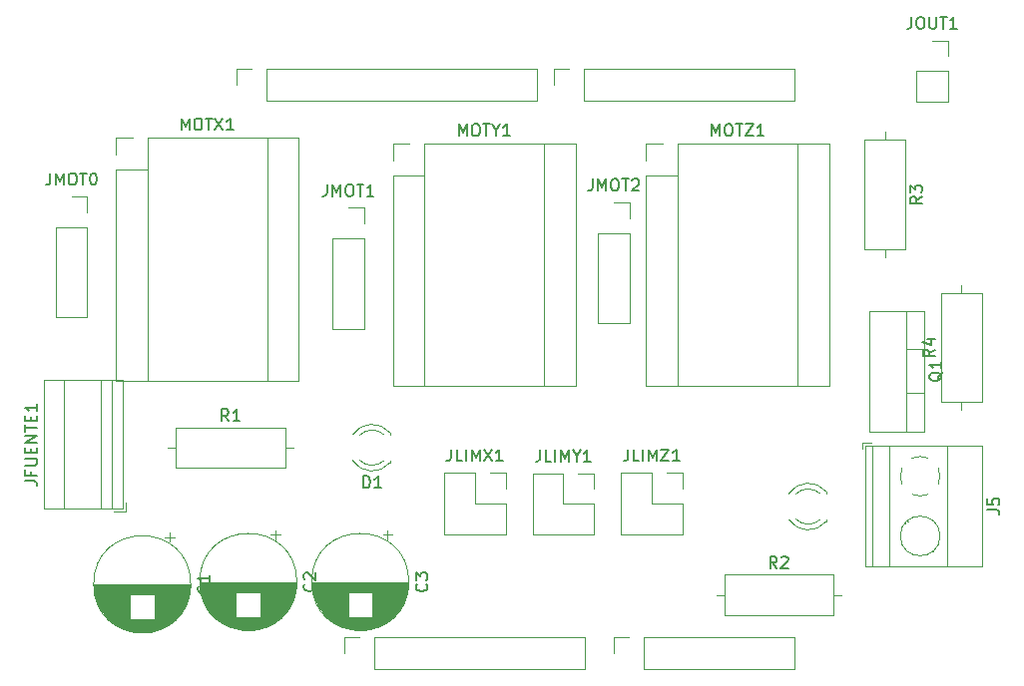
<source format=gbr>
%TF.GenerationSoftware,KiCad,Pcbnew,8.0.3*%
%TF.CreationDate,2024-08-02T22:15:16+02:00*%
%TF.ProjectId,ARD-MOTORES2,4152442d-4d4f-4544-9f52-4553322e6b69,rev?*%
%TF.SameCoordinates,Original*%
%TF.FileFunction,Legend,Top*%
%TF.FilePolarity,Positive*%
%FSLAX46Y46*%
G04 Gerber Fmt 4.6, Leading zero omitted, Abs format (unit mm)*
G04 Created by KiCad (PCBNEW 8.0.3) date 2024-08-02 22:15:16*
%MOMM*%
%LPD*%
G01*
G04 APERTURE LIST*
%ADD10C,0.150000*%
%ADD11C,0.120000*%
G04 APERTURE END LIST*
D10*
X133609580Y-91566666D02*
X133657200Y-91614285D01*
X133657200Y-91614285D02*
X133704819Y-91757142D01*
X133704819Y-91757142D02*
X133704819Y-91852380D01*
X133704819Y-91852380D02*
X133657200Y-91995237D01*
X133657200Y-91995237D02*
X133561961Y-92090475D01*
X133561961Y-92090475D02*
X133466723Y-92138094D01*
X133466723Y-92138094D02*
X133276247Y-92185713D01*
X133276247Y-92185713D02*
X133133390Y-92185713D01*
X133133390Y-92185713D02*
X132942914Y-92138094D01*
X132942914Y-92138094D02*
X132847676Y-92090475D01*
X132847676Y-92090475D02*
X132752438Y-91995237D01*
X132752438Y-91995237D02*
X132704819Y-91852380D01*
X132704819Y-91852380D02*
X132704819Y-91757142D01*
X132704819Y-91757142D02*
X132752438Y-91614285D01*
X132752438Y-91614285D02*
X132800057Y-91566666D01*
X132704819Y-91233332D02*
X132704819Y-90614285D01*
X132704819Y-90614285D02*
X133085771Y-90947618D01*
X133085771Y-90947618D02*
X133085771Y-90804761D01*
X133085771Y-90804761D02*
X133133390Y-90709523D01*
X133133390Y-90709523D02*
X133181009Y-90661904D01*
X133181009Y-90661904D02*
X133276247Y-90614285D01*
X133276247Y-90614285D02*
X133514342Y-90614285D01*
X133514342Y-90614285D02*
X133609580Y-90661904D01*
X133609580Y-90661904D02*
X133657200Y-90709523D01*
X133657200Y-90709523D02*
X133704819Y-90804761D01*
X133704819Y-90804761D02*
X133704819Y-91090475D01*
X133704819Y-91090475D02*
X133657200Y-91185713D01*
X133657200Y-91185713D02*
X133609580Y-91233332D01*
X124109580Y-91566666D02*
X124157200Y-91614285D01*
X124157200Y-91614285D02*
X124204819Y-91757142D01*
X124204819Y-91757142D02*
X124204819Y-91852380D01*
X124204819Y-91852380D02*
X124157200Y-91995237D01*
X124157200Y-91995237D02*
X124061961Y-92090475D01*
X124061961Y-92090475D02*
X123966723Y-92138094D01*
X123966723Y-92138094D02*
X123776247Y-92185713D01*
X123776247Y-92185713D02*
X123633390Y-92185713D01*
X123633390Y-92185713D02*
X123442914Y-92138094D01*
X123442914Y-92138094D02*
X123347676Y-92090475D01*
X123347676Y-92090475D02*
X123252438Y-91995237D01*
X123252438Y-91995237D02*
X123204819Y-91852380D01*
X123204819Y-91852380D02*
X123204819Y-91757142D01*
X123204819Y-91757142D02*
X123252438Y-91614285D01*
X123252438Y-91614285D02*
X123300057Y-91566666D01*
X123300057Y-91185713D02*
X123252438Y-91138094D01*
X123252438Y-91138094D02*
X123204819Y-91042856D01*
X123204819Y-91042856D02*
X123204819Y-90804761D01*
X123204819Y-90804761D02*
X123252438Y-90709523D01*
X123252438Y-90709523D02*
X123300057Y-90661904D01*
X123300057Y-90661904D02*
X123395295Y-90614285D01*
X123395295Y-90614285D02*
X123490533Y-90614285D01*
X123490533Y-90614285D02*
X123633390Y-90661904D01*
X123633390Y-90661904D02*
X124204819Y-91233332D01*
X124204819Y-91233332D02*
X124204819Y-90614285D01*
X115109580Y-91764015D02*
X115157200Y-91811634D01*
X115157200Y-91811634D02*
X115204819Y-91954491D01*
X115204819Y-91954491D02*
X115204819Y-92049729D01*
X115204819Y-92049729D02*
X115157200Y-92192586D01*
X115157200Y-92192586D02*
X115061961Y-92287824D01*
X115061961Y-92287824D02*
X114966723Y-92335443D01*
X114966723Y-92335443D02*
X114776247Y-92383062D01*
X114776247Y-92383062D02*
X114633390Y-92383062D01*
X114633390Y-92383062D02*
X114442914Y-92335443D01*
X114442914Y-92335443D02*
X114347676Y-92287824D01*
X114347676Y-92287824D02*
X114252438Y-92192586D01*
X114252438Y-92192586D02*
X114204819Y-92049729D01*
X114204819Y-92049729D02*
X114204819Y-91954491D01*
X114204819Y-91954491D02*
X114252438Y-91811634D01*
X114252438Y-91811634D02*
X114300057Y-91764015D01*
X115204819Y-90811634D02*
X115204819Y-91383062D01*
X115204819Y-91097348D02*
X114204819Y-91097348D01*
X114204819Y-91097348D02*
X114347676Y-91192586D01*
X114347676Y-91192586D02*
X114442914Y-91287824D01*
X114442914Y-91287824D02*
X114490533Y-91383062D01*
X175674819Y-58666666D02*
X175198628Y-58999999D01*
X175674819Y-59238094D02*
X174674819Y-59238094D01*
X174674819Y-59238094D02*
X174674819Y-58857142D01*
X174674819Y-58857142D02*
X174722438Y-58761904D01*
X174722438Y-58761904D02*
X174770057Y-58714285D01*
X174770057Y-58714285D02*
X174865295Y-58666666D01*
X174865295Y-58666666D02*
X175008152Y-58666666D01*
X175008152Y-58666666D02*
X175103390Y-58714285D01*
X175103390Y-58714285D02*
X175151009Y-58761904D01*
X175151009Y-58761904D02*
X175198628Y-58857142D01*
X175198628Y-58857142D02*
X175198628Y-59238094D01*
X174674819Y-58333332D02*
X174674819Y-57714285D01*
X174674819Y-57714285D02*
X175055771Y-58047618D01*
X175055771Y-58047618D02*
X175055771Y-57904761D01*
X175055771Y-57904761D02*
X175103390Y-57809523D01*
X175103390Y-57809523D02*
X175151009Y-57761904D01*
X175151009Y-57761904D02*
X175246247Y-57714285D01*
X175246247Y-57714285D02*
X175484342Y-57714285D01*
X175484342Y-57714285D02*
X175579580Y-57761904D01*
X175579580Y-57761904D02*
X175627200Y-57809523D01*
X175627200Y-57809523D02*
X175674819Y-57904761D01*
X175674819Y-57904761D02*
X175674819Y-58190475D01*
X175674819Y-58190475D02*
X175627200Y-58285713D01*
X175627200Y-58285713D02*
X175579580Y-58333332D01*
X163333333Y-90234819D02*
X163000000Y-89758628D01*
X162761905Y-90234819D02*
X162761905Y-89234819D01*
X162761905Y-89234819D02*
X163142857Y-89234819D01*
X163142857Y-89234819D02*
X163238095Y-89282438D01*
X163238095Y-89282438D02*
X163285714Y-89330057D01*
X163285714Y-89330057D02*
X163333333Y-89425295D01*
X163333333Y-89425295D02*
X163333333Y-89568152D01*
X163333333Y-89568152D02*
X163285714Y-89663390D01*
X163285714Y-89663390D02*
X163238095Y-89711009D01*
X163238095Y-89711009D02*
X163142857Y-89758628D01*
X163142857Y-89758628D02*
X162761905Y-89758628D01*
X163714286Y-89330057D02*
X163761905Y-89282438D01*
X163761905Y-89282438D02*
X163857143Y-89234819D01*
X163857143Y-89234819D02*
X164095238Y-89234819D01*
X164095238Y-89234819D02*
X164190476Y-89282438D01*
X164190476Y-89282438D02*
X164238095Y-89330057D01*
X164238095Y-89330057D02*
X164285714Y-89425295D01*
X164285714Y-89425295D02*
X164285714Y-89520533D01*
X164285714Y-89520533D02*
X164238095Y-89663390D01*
X164238095Y-89663390D02*
X163666667Y-90234819D01*
X163666667Y-90234819D02*
X164285714Y-90234819D01*
X116833333Y-77734819D02*
X116500000Y-77258628D01*
X116261905Y-77734819D02*
X116261905Y-76734819D01*
X116261905Y-76734819D02*
X116642857Y-76734819D01*
X116642857Y-76734819D02*
X116738095Y-76782438D01*
X116738095Y-76782438D02*
X116785714Y-76830057D01*
X116785714Y-76830057D02*
X116833333Y-76925295D01*
X116833333Y-76925295D02*
X116833333Y-77068152D01*
X116833333Y-77068152D02*
X116785714Y-77163390D01*
X116785714Y-77163390D02*
X116738095Y-77211009D01*
X116738095Y-77211009D02*
X116642857Y-77258628D01*
X116642857Y-77258628D02*
X116261905Y-77258628D01*
X117785714Y-77734819D02*
X117214286Y-77734819D01*
X117500000Y-77734819D02*
X117500000Y-76734819D01*
X117500000Y-76734819D02*
X117404762Y-76877676D01*
X117404762Y-76877676D02*
X117309524Y-76972914D01*
X117309524Y-76972914D02*
X117214286Y-77020533D01*
X128266905Y-83414819D02*
X128266905Y-82414819D01*
X128266905Y-82414819D02*
X128505000Y-82414819D01*
X128505000Y-82414819D02*
X128647857Y-82462438D01*
X128647857Y-82462438D02*
X128743095Y-82557676D01*
X128743095Y-82557676D02*
X128790714Y-82652914D01*
X128790714Y-82652914D02*
X128838333Y-82843390D01*
X128838333Y-82843390D02*
X128838333Y-82986247D01*
X128838333Y-82986247D02*
X128790714Y-83176723D01*
X128790714Y-83176723D02*
X128743095Y-83271961D01*
X128743095Y-83271961D02*
X128647857Y-83367200D01*
X128647857Y-83367200D02*
X128505000Y-83414819D01*
X128505000Y-83414819D02*
X128266905Y-83414819D01*
X129790714Y-83414819D02*
X129219286Y-83414819D01*
X129505000Y-83414819D02*
X129505000Y-82414819D01*
X129505000Y-82414819D02*
X129409762Y-82557676D01*
X129409762Y-82557676D02*
X129314524Y-82652914D01*
X129314524Y-82652914D02*
X129219286Y-82700533D01*
X99584819Y-82825238D02*
X100299104Y-82825238D01*
X100299104Y-82825238D02*
X100441961Y-82872857D01*
X100441961Y-82872857D02*
X100537200Y-82968095D01*
X100537200Y-82968095D02*
X100584819Y-83110952D01*
X100584819Y-83110952D02*
X100584819Y-83206190D01*
X100061009Y-82015714D02*
X100061009Y-82349047D01*
X100584819Y-82349047D02*
X99584819Y-82349047D01*
X99584819Y-82349047D02*
X99584819Y-81872857D01*
X99584819Y-81491904D02*
X100394342Y-81491904D01*
X100394342Y-81491904D02*
X100489580Y-81444285D01*
X100489580Y-81444285D02*
X100537200Y-81396666D01*
X100537200Y-81396666D02*
X100584819Y-81301428D01*
X100584819Y-81301428D02*
X100584819Y-81110952D01*
X100584819Y-81110952D02*
X100537200Y-81015714D01*
X100537200Y-81015714D02*
X100489580Y-80968095D01*
X100489580Y-80968095D02*
X100394342Y-80920476D01*
X100394342Y-80920476D02*
X99584819Y-80920476D01*
X100061009Y-80444285D02*
X100061009Y-80110952D01*
X100584819Y-79968095D02*
X100584819Y-80444285D01*
X100584819Y-80444285D02*
X99584819Y-80444285D01*
X99584819Y-80444285D02*
X99584819Y-79968095D01*
X100584819Y-79539523D02*
X99584819Y-79539523D01*
X99584819Y-79539523D02*
X100584819Y-78968095D01*
X100584819Y-78968095D02*
X99584819Y-78968095D01*
X99584819Y-78634761D02*
X99584819Y-78063333D01*
X100584819Y-78349047D02*
X99584819Y-78349047D01*
X100061009Y-77729999D02*
X100061009Y-77396666D01*
X100584819Y-77253809D02*
X100584819Y-77729999D01*
X100584819Y-77729999D02*
X99584819Y-77729999D01*
X99584819Y-77729999D02*
X99584819Y-77253809D01*
X100584819Y-76301428D02*
X100584819Y-76872856D01*
X100584819Y-76587142D02*
X99584819Y-76587142D01*
X99584819Y-76587142D02*
X99727676Y-76682380D01*
X99727676Y-76682380D02*
X99822914Y-76777618D01*
X99822914Y-76777618D02*
X99870533Y-76872856D01*
X177375057Y-73595238D02*
X177327438Y-73690476D01*
X177327438Y-73690476D02*
X177232200Y-73785714D01*
X177232200Y-73785714D02*
X177089342Y-73928571D01*
X177089342Y-73928571D02*
X177041723Y-74023809D01*
X177041723Y-74023809D02*
X177041723Y-74119047D01*
X177279819Y-74071428D02*
X177232200Y-74166666D01*
X177232200Y-74166666D02*
X177136961Y-74261904D01*
X177136961Y-74261904D02*
X176946485Y-74309523D01*
X176946485Y-74309523D02*
X176613152Y-74309523D01*
X176613152Y-74309523D02*
X176422676Y-74261904D01*
X176422676Y-74261904D02*
X176327438Y-74166666D01*
X176327438Y-74166666D02*
X176279819Y-74071428D01*
X176279819Y-74071428D02*
X176279819Y-73880952D01*
X176279819Y-73880952D02*
X176327438Y-73785714D01*
X176327438Y-73785714D02*
X176422676Y-73690476D01*
X176422676Y-73690476D02*
X176613152Y-73642857D01*
X176613152Y-73642857D02*
X176946485Y-73642857D01*
X176946485Y-73642857D02*
X177136961Y-73690476D01*
X177136961Y-73690476D02*
X177232200Y-73785714D01*
X177232200Y-73785714D02*
X177279819Y-73880952D01*
X177279819Y-73880952D02*
X177279819Y-74071428D01*
X177279819Y-72690476D02*
X177279819Y-73261904D01*
X177279819Y-72976190D02*
X176279819Y-72976190D01*
X176279819Y-72976190D02*
X176422676Y-73071428D01*
X176422676Y-73071428D02*
X176517914Y-73166666D01*
X176517914Y-73166666D02*
X176565533Y-73261904D01*
X157819524Y-53524819D02*
X157819524Y-52524819D01*
X157819524Y-52524819D02*
X158152857Y-53239104D01*
X158152857Y-53239104D02*
X158486190Y-52524819D01*
X158486190Y-52524819D02*
X158486190Y-53524819D01*
X159152857Y-52524819D02*
X159343333Y-52524819D01*
X159343333Y-52524819D02*
X159438571Y-52572438D01*
X159438571Y-52572438D02*
X159533809Y-52667676D01*
X159533809Y-52667676D02*
X159581428Y-52858152D01*
X159581428Y-52858152D02*
X159581428Y-53191485D01*
X159581428Y-53191485D02*
X159533809Y-53381961D01*
X159533809Y-53381961D02*
X159438571Y-53477200D01*
X159438571Y-53477200D02*
X159343333Y-53524819D01*
X159343333Y-53524819D02*
X159152857Y-53524819D01*
X159152857Y-53524819D02*
X159057619Y-53477200D01*
X159057619Y-53477200D02*
X158962381Y-53381961D01*
X158962381Y-53381961D02*
X158914762Y-53191485D01*
X158914762Y-53191485D02*
X158914762Y-52858152D01*
X158914762Y-52858152D02*
X158962381Y-52667676D01*
X158962381Y-52667676D02*
X159057619Y-52572438D01*
X159057619Y-52572438D02*
X159152857Y-52524819D01*
X159867143Y-52524819D02*
X160438571Y-52524819D01*
X160152857Y-53524819D02*
X160152857Y-52524819D01*
X160676667Y-52524819D02*
X161343333Y-52524819D01*
X161343333Y-52524819D02*
X160676667Y-53524819D01*
X160676667Y-53524819D02*
X161343333Y-53524819D01*
X162248095Y-53524819D02*
X161676667Y-53524819D01*
X161962381Y-53524819D02*
X161962381Y-52524819D01*
X161962381Y-52524819D02*
X161867143Y-52667676D01*
X161867143Y-52667676D02*
X161771905Y-52762914D01*
X161771905Y-52762914D02*
X161676667Y-52810533D01*
X112819524Y-53024819D02*
X112819524Y-52024819D01*
X112819524Y-52024819D02*
X113152857Y-52739104D01*
X113152857Y-52739104D02*
X113486190Y-52024819D01*
X113486190Y-52024819D02*
X113486190Y-53024819D01*
X114152857Y-52024819D02*
X114343333Y-52024819D01*
X114343333Y-52024819D02*
X114438571Y-52072438D01*
X114438571Y-52072438D02*
X114533809Y-52167676D01*
X114533809Y-52167676D02*
X114581428Y-52358152D01*
X114581428Y-52358152D02*
X114581428Y-52691485D01*
X114581428Y-52691485D02*
X114533809Y-52881961D01*
X114533809Y-52881961D02*
X114438571Y-52977200D01*
X114438571Y-52977200D02*
X114343333Y-53024819D01*
X114343333Y-53024819D02*
X114152857Y-53024819D01*
X114152857Y-53024819D02*
X114057619Y-52977200D01*
X114057619Y-52977200D02*
X113962381Y-52881961D01*
X113962381Y-52881961D02*
X113914762Y-52691485D01*
X113914762Y-52691485D02*
X113914762Y-52358152D01*
X113914762Y-52358152D02*
X113962381Y-52167676D01*
X113962381Y-52167676D02*
X114057619Y-52072438D01*
X114057619Y-52072438D02*
X114152857Y-52024819D01*
X114867143Y-52024819D02*
X115438571Y-52024819D01*
X115152857Y-53024819D02*
X115152857Y-52024819D01*
X115676667Y-52024819D02*
X116343333Y-53024819D01*
X116343333Y-52024819D02*
X115676667Y-53024819D01*
X117248095Y-53024819D02*
X116676667Y-53024819D01*
X116962381Y-53024819D02*
X116962381Y-52024819D01*
X116962381Y-52024819D02*
X116867143Y-52167676D01*
X116867143Y-52167676D02*
X116771905Y-52262914D01*
X116771905Y-52262914D02*
X116676667Y-52310533D01*
X147690476Y-57184819D02*
X147690476Y-57899104D01*
X147690476Y-57899104D02*
X147642857Y-58041961D01*
X147642857Y-58041961D02*
X147547619Y-58137200D01*
X147547619Y-58137200D02*
X147404762Y-58184819D01*
X147404762Y-58184819D02*
X147309524Y-58184819D01*
X148166667Y-58184819D02*
X148166667Y-57184819D01*
X148166667Y-57184819D02*
X148500000Y-57899104D01*
X148500000Y-57899104D02*
X148833333Y-57184819D01*
X148833333Y-57184819D02*
X148833333Y-58184819D01*
X149500000Y-57184819D02*
X149690476Y-57184819D01*
X149690476Y-57184819D02*
X149785714Y-57232438D01*
X149785714Y-57232438D02*
X149880952Y-57327676D01*
X149880952Y-57327676D02*
X149928571Y-57518152D01*
X149928571Y-57518152D02*
X149928571Y-57851485D01*
X149928571Y-57851485D02*
X149880952Y-58041961D01*
X149880952Y-58041961D02*
X149785714Y-58137200D01*
X149785714Y-58137200D02*
X149690476Y-58184819D01*
X149690476Y-58184819D02*
X149500000Y-58184819D01*
X149500000Y-58184819D02*
X149404762Y-58137200D01*
X149404762Y-58137200D02*
X149309524Y-58041961D01*
X149309524Y-58041961D02*
X149261905Y-57851485D01*
X149261905Y-57851485D02*
X149261905Y-57518152D01*
X149261905Y-57518152D02*
X149309524Y-57327676D01*
X149309524Y-57327676D02*
X149404762Y-57232438D01*
X149404762Y-57232438D02*
X149500000Y-57184819D01*
X150214286Y-57184819D02*
X150785714Y-57184819D01*
X150500000Y-58184819D02*
X150500000Y-57184819D01*
X151071429Y-57280057D02*
X151119048Y-57232438D01*
X151119048Y-57232438D02*
X151214286Y-57184819D01*
X151214286Y-57184819D02*
X151452381Y-57184819D01*
X151452381Y-57184819D02*
X151547619Y-57232438D01*
X151547619Y-57232438D02*
X151595238Y-57280057D01*
X151595238Y-57280057D02*
X151642857Y-57375295D01*
X151642857Y-57375295D02*
X151642857Y-57470533D01*
X151642857Y-57470533D02*
X151595238Y-57613390D01*
X151595238Y-57613390D02*
X151023810Y-58184819D01*
X151023810Y-58184819D02*
X151642857Y-58184819D01*
X101690476Y-56684819D02*
X101690476Y-57399104D01*
X101690476Y-57399104D02*
X101642857Y-57541961D01*
X101642857Y-57541961D02*
X101547619Y-57637200D01*
X101547619Y-57637200D02*
X101404762Y-57684819D01*
X101404762Y-57684819D02*
X101309524Y-57684819D01*
X102166667Y-57684819D02*
X102166667Y-56684819D01*
X102166667Y-56684819D02*
X102500000Y-57399104D01*
X102500000Y-57399104D02*
X102833333Y-56684819D01*
X102833333Y-56684819D02*
X102833333Y-57684819D01*
X103500000Y-56684819D02*
X103690476Y-56684819D01*
X103690476Y-56684819D02*
X103785714Y-56732438D01*
X103785714Y-56732438D02*
X103880952Y-56827676D01*
X103880952Y-56827676D02*
X103928571Y-57018152D01*
X103928571Y-57018152D02*
X103928571Y-57351485D01*
X103928571Y-57351485D02*
X103880952Y-57541961D01*
X103880952Y-57541961D02*
X103785714Y-57637200D01*
X103785714Y-57637200D02*
X103690476Y-57684819D01*
X103690476Y-57684819D02*
X103500000Y-57684819D01*
X103500000Y-57684819D02*
X103404762Y-57637200D01*
X103404762Y-57637200D02*
X103309524Y-57541961D01*
X103309524Y-57541961D02*
X103261905Y-57351485D01*
X103261905Y-57351485D02*
X103261905Y-57018152D01*
X103261905Y-57018152D02*
X103309524Y-56827676D01*
X103309524Y-56827676D02*
X103404762Y-56732438D01*
X103404762Y-56732438D02*
X103500000Y-56684819D01*
X104214286Y-56684819D02*
X104785714Y-56684819D01*
X104500000Y-57684819D02*
X104500000Y-56684819D01*
X105309524Y-56684819D02*
X105404762Y-56684819D01*
X105404762Y-56684819D02*
X105500000Y-56732438D01*
X105500000Y-56732438D02*
X105547619Y-56780057D01*
X105547619Y-56780057D02*
X105595238Y-56875295D01*
X105595238Y-56875295D02*
X105642857Y-57065771D01*
X105642857Y-57065771D02*
X105642857Y-57303866D01*
X105642857Y-57303866D02*
X105595238Y-57494342D01*
X105595238Y-57494342D02*
X105547619Y-57589580D01*
X105547619Y-57589580D02*
X105500000Y-57637200D01*
X105500000Y-57637200D02*
X105404762Y-57684819D01*
X105404762Y-57684819D02*
X105309524Y-57684819D01*
X105309524Y-57684819D02*
X105214286Y-57637200D01*
X105214286Y-57637200D02*
X105166667Y-57589580D01*
X105166667Y-57589580D02*
X105119048Y-57494342D01*
X105119048Y-57494342D02*
X105071429Y-57303866D01*
X105071429Y-57303866D02*
X105071429Y-57065771D01*
X105071429Y-57065771D02*
X105119048Y-56875295D01*
X105119048Y-56875295D02*
X105166667Y-56780057D01*
X105166667Y-56780057D02*
X105214286Y-56732438D01*
X105214286Y-56732438D02*
X105309524Y-56684819D01*
X125190476Y-57644819D02*
X125190476Y-58359104D01*
X125190476Y-58359104D02*
X125142857Y-58501961D01*
X125142857Y-58501961D02*
X125047619Y-58597200D01*
X125047619Y-58597200D02*
X124904762Y-58644819D01*
X124904762Y-58644819D02*
X124809524Y-58644819D01*
X125666667Y-58644819D02*
X125666667Y-57644819D01*
X125666667Y-57644819D02*
X126000000Y-58359104D01*
X126000000Y-58359104D02*
X126333333Y-57644819D01*
X126333333Y-57644819D02*
X126333333Y-58644819D01*
X127000000Y-57644819D02*
X127190476Y-57644819D01*
X127190476Y-57644819D02*
X127285714Y-57692438D01*
X127285714Y-57692438D02*
X127380952Y-57787676D01*
X127380952Y-57787676D02*
X127428571Y-57978152D01*
X127428571Y-57978152D02*
X127428571Y-58311485D01*
X127428571Y-58311485D02*
X127380952Y-58501961D01*
X127380952Y-58501961D02*
X127285714Y-58597200D01*
X127285714Y-58597200D02*
X127190476Y-58644819D01*
X127190476Y-58644819D02*
X127000000Y-58644819D01*
X127000000Y-58644819D02*
X126904762Y-58597200D01*
X126904762Y-58597200D02*
X126809524Y-58501961D01*
X126809524Y-58501961D02*
X126761905Y-58311485D01*
X126761905Y-58311485D02*
X126761905Y-57978152D01*
X126761905Y-57978152D02*
X126809524Y-57787676D01*
X126809524Y-57787676D02*
X126904762Y-57692438D01*
X126904762Y-57692438D02*
X127000000Y-57644819D01*
X127714286Y-57644819D02*
X128285714Y-57644819D01*
X128000000Y-58644819D02*
X128000000Y-57644819D01*
X129142857Y-58644819D02*
X128571429Y-58644819D01*
X128857143Y-58644819D02*
X128857143Y-57644819D01*
X128857143Y-57644819D02*
X128761905Y-57787676D01*
X128761905Y-57787676D02*
X128666667Y-57882914D01*
X128666667Y-57882914D02*
X128571429Y-57930533D01*
X150706190Y-80144819D02*
X150706190Y-80859104D01*
X150706190Y-80859104D02*
X150658571Y-81001961D01*
X150658571Y-81001961D02*
X150563333Y-81097200D01*
X150563333Y-81097200D02*
X150420476Y-81144819D01*
X150420476Y-81144819D02*
X150325238Y-81144819D01*
X151658571Y-81144819D02*
X151182381Y-81144819D01*
X151182381Y-81144819D02*
X151182381Y-80144819D01*
X151991905Y-81144819D02*
X151991905Y-80144819D01*
X152468095Y-81144819D02*
X152468095Y-80144819D01*
X152468095Y-80144819D02*
X152801428Y-80859104D01*
X152801428Y-80859104D02*
X153134761Y-80144819D01*
X153134761Y-80144819D02*
X153134761Y-81144819D01*
X153515714Y-80144819D02*
X154182380Y-80144819D01*
X154182380Y-80144819D02*
X153515714Y-81144819D01*
X153515714Y-81144819D02*
X154182380Y-81144819D01*
X155087142Y-81144819D02*
X154515714Y-81144819D01*
X154801428Y-81144819D02*
X154801428Y-80144819D01*
X154801428Y-80144819D02*
X154706190Y-80287676D01*
X154706190Y-80287676D02*
X154610952Y-80382914D01*
X154610952Y-80382914D02*
X154515714Y-80430533D01*
X143253809Y-80184819D02*
X143253809Y-80899104D01*
X143253809Y-80899104D02*
X143206190Y-81041961D01*
X143206190Y-81041961D02*
X143110952Y-81137200D01*
X143110952Y-81137200D02*
X142968095Y-81184819D01*
X142968095Y-81184819D02*
X142872857Y-81184819D01*
X144206190Y-81184819D02*
X143730000Y-81184819D01*
X143730000Y-81184819D02*
X143730000Y-80184819D01*
X144539524Y-81184819D02*
X144539524Y-80184819D01*
X145015714Y-81184819D02*
X145015714Y-80184819D01*
X145015714Y-80184819D02*
X145349047Y-80899104D01*
X145349047Y-80899104D02*
X145682380Y-80184819D01*
X145682380Y-80184819D02*
X145682380Y-81184819D01*
X146349047Y-80708628D02*
X146349047Y-81184819D01*
X146015714Y-80184819D02*
X146349047Y-80708628D01*
X146349047Y-80708628D02*
X146682380Y-80184819D01*
X147539523Y-81184819D02*
X146968095Y-81184819D01*
X147253809Y-81184819D02*
X147253809Y-80184819D01*
X147253809Y-80184819D02*
X147158571Y-80327676D01*
X147158571Y-80327676D02*
X147063333Y-80422914D01*
X147063333Y-80422914D02*
X146968095Y-80470533D01*
X181214819Y-85293333D02*
X181929104Y-85293333D01*
X181929104Y-85293333D02*
X182071961Y-85340952D01*
X182071961Y-85340952D02*
X182167200Y-85436190D01*
X182167200Y-85436190D02*
X182214819Y-85579047D01*
X182214819Y-85579047D02*
X182214819Y-85674285D01*
X181214819Y-84340952D02*
X181214819Y-84817142D01*
X181214819Y-84817142D02*
X181691009Y-84864761D01*
X181691009Y-84864761D02*
X181643390Y-84817142D01*
X181643390Y-84817142D02*
X181595771Y-84721904D01*
X181595771Y-84721904D02*
X181595771Y-84483809D01*
X181595771Y-84483809D02*
X181643390Y-84388571D01*
X181643390Y-84388571D02*
X181691009Y-84340952D01*
X181691009Y-84340952D02*
X181786247Y-84293333D01*
X181786247Y-84293333D02*
X182024342Y-84293333D01*
X182024342Y-84293333D02*
X182119580Y-84340952D01*
X182119580Y-84340952D02*
X182167200Y-84388571D01*
X182167200Y-84388571D02*
X182214819Y-84483809D01*
X182214819Y-84483809D02*
X182214819Y-84721904D01*
X182214819Y-84721904D02*
X182167200Y-84817142D01*
X182167200Y-84817142D02*
X182119580Y-84864761D01*
X136367143Y-53524819D02*
X136367143Y-52524819D01*
X136367143Y-52524819D02*
X136700476Y-53239104D01*
X136700476Y-53239104D02*
X137033809Y-52524819D01*
X137033809Y-52524819D02*
X137033809Y-53524819D01*
X137700476Y-52524819D02*
X137890952Y-52524819D01*
X137890952Y-52524819D02*
X137986190Y-52572438D01*
X137986190Y-52572438D02*
X138081428Y-52667676D01*
X138081428Y-52667676D02*
X138129047Y-52858152D01*
X138129047Y-52858152D02*
X138129047Y-53191485D01*
X138129047Y-53191485D02*
X138081428Y-53381961D01*
X138081428Y-53381961D02*
X137986190Y-53477200D01*
X137986190Y-53477200D02*
X137890952Y-53524819D01*
X137890952Y-53524819D02*
X137700476Y-53524819D01*
X137700476Y-53524819D02*
X137605238Y-53477200D01*
X137605238Y-53477200D02*
X137510000Y-53381961D01*
X137510000Y-53381961D02*
X137462381Y-53191485D01*
X137462381Y-53191485D02*
X137462381Y-52858152D01*
X137462381Y-52858152D02*
X137510000Y-52667676D01*
X137510000Y-52667676D02*
X137605238Y-52572438D01*
X137605238Y-52572438D02*
X137700476Y-52524819D01*
X138414762Y-52524819D02*
X138986190Y-52524819D01*
X138700476Y-53524819D02*
X138700476Y-52524819D01*
X139510000Y-53048628D02*
X139510000Y-53524819D01*
X139176667Y-52524819D02*
X139510000Y-53048628D01*
X139510000Y-53048628D02*
X139843333Y-52524819D01*
X140700476Y-53524819D02*
X140129048Y-53524819D01*
X140414762Y-53524819D02*
X140414762Y-52524819D01*
X140414762Y-52524819D02*
X140319524Y-52667676D01*
X140319524Y-52667676D02*
X140224286Y-52762914D01*
X140224286Y-52762914D02*
X140129048Y-52810533D01*
X174763095Y-43434819D02*
X174763095Y-44149104D01*
X174763095Y-44149104D02*
X174715476Y-44291961D01*
X174715476Y-44291961D02*
X174620238Y-44387200D01*
X174620238Y-44387200D02*
X174477381Y-44434819D01*
X174477381Y-44434819D02*
X174382143Y-44434819D01*
X175429762Y-43434819D02*
X175620238Y-43434819D01*
X175620238Y-43434819D02*
X175715476Y-43482438D01*
X175715476Y-43482438D02*
X175810714Y-43577676D01*
X175810714Y-43577676D02*
X175858333Y-43768152D01*
X175858333Y-43768152D02*
X175858333Y-44101485D01*
X175858333Y-44101485D02*
X175810714Y-44291961D01*
X175810714Y-44291961D02*
X175715476Y-44387200D01*
X175715476Y-44387200D02*
X175620238Y-44434819D01*
X175620238Y-44434819D02*
X175429762Y-44434819D01*
X175429762Y-44434819D02*
X175334524Y-44387200D01*
X175334524Y-44387200D02*
X175239286Y-44291961D01*
X175239286Y-44291961D02*
X175191667Y-44101485D01*
X175191667Y-44101485D02*
X175191667Y-43768152D01*
X175191667Y-43768152D02*
X175239286Y-43577676D01*
X175239286Y-43577676D02*
X175334524Y-43482438D01*
X175334524Y-43482438D02*
X175429762Y-43434819D01*
X176286905Y-43434819D02*
X176286905Y-44244342D01*
X176286905Y-44244342D02*
X176334524Y-44339580D01*
X176334524Y-44339580D02*
X176382143Y-44387200D01*
X176382143Y-44387200D02*
X176477381Y-44434819D01*
X176477381Y-44434819D02*
X176667857Y-44434819D01*
X176667857Y-44434819D02*
X176763095Y-44387200D01*
X176763095Y-44387200D02*
X176810714Y-44339580D01*
X176810714Y-44339580D02*
X176858333Y-44244342D01*
X176858333Y-44244342D02*
X176858333Y-43434819D01*
X177191667Y-43434819D02*
X177763095Y-43434819D01*
X177477381Y-44434819D02*
X177477381Y-43434819D01*
X178620238Y-44434819D02*
X178048810Y-44434819D01*
X178334524Y-44434819D02*
X178334524Y-43434819D01*
X178334524Y-43434819D02*
X178239286Y-43577676D01*
X178239286Y-43577676D02*
X178144048Y-43672914D01*
X178144048Y-43672914D02*
X178048810Y-43720533D01*
X135706190Y-80144819D02*
X135706190Y-80859104D01*
X135706190Y-80859104D02*
X135658571Y-81001961D01*
X135658571Y-81001961D02*
X135563333Y-81097200D01*
X135563333Y-81097200D02*
X135420476Y-81144819D01*
X135420476Y-81144819D02*
X135325238Y-81144819D01*
X136658571Y-81144819D02*
X136182381Y-81144819D01*
X136182381Y-81144819D02*
X136182381Y-80144819D01*
X136991905Y-81144819D02*
X136991905Y-80144819D01*
X137468095Y-81144819D02*
X137468095Y-80144819D01*
X137468095Y-80144819D02*
X137801428Y-80859104D01*
X137801428Y-80859104D02*
X138134761Y-80144819D01*
X138134761Y-80144819D02*
X138134761Y-81144819D01*
X138515714Y-80144819D02*
X139182380Y-81144819D01*
X139182380Y-80144819D02*
X138515714Y-81144819D01*
X140087142Y-81144819D02*
X139515714Y-81144819D01*
X139801428Y-81144819D02*
X139801428Y-80144819D01*
X139801428Y-80144819D02*
X139706190Y-80287676D01*
X139706190Y-80287676D02*
X139610952Y-80382914D01*
X139610952Y-80382914D02*
X139515714Y-80430533D01*
X176734819Y-71666666D02*
X176258628Y-71999999D01*
X176734819Y-72238094D02*
X175734819Y-72238094D01*
X175734819Y-72238094D02*
X175734819Y-71857142D01*
X175734819Y-71857142D02*
X175782438Y-71761904D01*
X175782438Y-71761904D02*
X175830057Y-71714285D01*
X175830057Y-71714285D02*
X175925295Y-71666666D01*
X175925295Y-71666666D02*
X176068152Y-71666666D01*
X176068152Y-71666666D02*
X176163390Y-71714285D01*
X176163390Y-71714285D02*
X176211009Y-71761904D01*
X176211009Y-71761904D02*
X176258628Y-71857142D01*
X176258628Y-71857142D02*
X176258628Y-72238094D01*
X176068152Y-70809523D02*
X176734819Y-70809523D01*
X175687200Y-71047618D02*
X176401485Y-71285713D01*
X176401485Y-71285713D02*
X176401485Y-70666666D01*
D11*
%TO.C,C3*%
X130315000Y-86990302D02*
X130315000Y-87790302D01*
X130715000Y-87390302D02*
X129915000Y-87390302D01*
X132080000Y-91400000D02*
X123920000Y-91400000D01*
X132080000Y-91440000D02*
X123920000Y-91440000D01*
X132080000Y-91480000D02*
X123920000Y-91480000D01*
X132079000Y-91520000D02*
X123921000Y-91520000D01*
X132077000Y-91560000D02*
X123923000Y-91560000D01*
X132076000Y-91600000D02*
X123924000Y-91600000D01*
X132074000Y-91640000D02*
X123926000Y-91640000D01*
X132071000Y-91680000D02*
X123929000Y-91680000D01*
X132068000Y-91720000D02*
X123932000Y-91720000D01*
X132065000Y-91760000D02*
X123935000Y-91760000D01*
X132061000Y-91800000D02*
X123939000Y-91800000D01*
X132057000Y-91840000D02*
X123943000Y-91840000D01*
X132052000Y-91880000D02*
X123948000Y-91880000D01*
X132048000Y-91920000D02*
X123952000Y-91920000D01*
X132042000Y-91960000D02*
X123958000Y-91960000D01*
X132037000Y-92000000D02*
X123963000Y-92000000D01*
X132030000Y-92040000D02*
X123970000Y-92040000D01*
X132024000Y-92080000D02*
X123976000Y-92080000D01*
X132017000Y-92121000D02*
X123983000Y-92121000D01*
X132010000Y-92161000D02*
X123990000Y-92161000D01*
X132002000Y-92201000D02*
X123998000Y-92201000D01*
X131994000Y-92241000D02*
X124006000Y-92241000D01*
X131985000Y-92281000D02*
X129040000Y-92281000D01*
X126960000Y-92281000D02*
X124015000Y-92281000D01*
X131976000Y-92321000D02*
X129040000Y-92321000D01*
X126960000Y-92321000D02*
X124024000Y-92321000D01*
X131967000Y-92361000D02*
X129040000Y-92361000D01*
X126960000Y-92361000D02*
X124033000Y-92361000D01*
X131957000Y-92401000D02*
X129040000Y-92401000D01*
X126960000Y-92401000D02*
X124043000Y-92401000D01*
X131947000Y-92441000D02*
X129040000Y-92441000D01*
X126960000Y-92441000D02*
X124053000Y-92441000D01*
X131936000Y-92481000D02*
X129040000Y-92481000D01*
X126960000Y-92481000D02*
X124064000Y-92481000D01*
X131925000Y-92521000D02*
X129040000Y-92521000D01*
X126960000Y-92521000D02*
X124075000Y-92521000D01*
X131914000Y-92561000D02*
X129040000Y-92561000D01*
X126960000Y-92561000D02*
X124086000Y-92561000D01*
X131902000Y-92601000D02*
X129040000Y-92601000D01*
X126960000Y-92601000D02*
X124098000Y-92601000D01*
X131889000Y-92641000D02*
X129040000Y-92641000D01*
X126960000Y-92641000D02*
X124111000Y-92641000D01*
X131877000Y-92681000D02*
X129040000Y-92681000D01*
X126960000Y-92681000D02*
X124123000Y-92681000D01*
X131863000Y-92721000D02*
X129040000Y-92721000D01*
X126960000Y-92721000D02*
X124137000Y-92721000D01*
X131850000Y-92761000D02*
X129040000Y-92761000D01*
X126960000Y-92761000D02*
X124150000Y-92761000D01*
X131835000Y-92801000D02*
X129040000Y-92801000D01*
X126960000Y-92801000D02*
X124165000Y-92801000D01*
X131821000Y-92841000D02*
X129040000Y-92841000D01*
X126960000Y-92841000D02*
X124179000Y-92841000D01*
X131805000Y-92881000D02*
X129040000Y-92881000D01*
X126960000Y-92881000D02*
X124195000Y-92881000D01*
X131790000Y-92921000D02*
X129040000Y-92921000D01*
X126960000Y-92921000D02*
X124210000Y-92921000D01*
X131774000Y-92961000D02*
X129040000Y-92961000D01*
X126960000Y-92961000D02*
X124226000Y-92961000D01*
X131757000Y-93001000D02*
X129040000Y-93001000D01*
X126960000Y-93001000D02*
X124243000Y-93001000D01*
X131740000Y-93041000D02*
X129040000Y-93041000D01*
X126960000Y-93041000D02*
X124260000Y-93041000D01*
X131722000Y-93081000D02*
X129040000Y-93081000D01*
X126960000Y-93081000D02*
X124278000Y-93081000D01*
X131704000Y-93121000D02*
X129040000Y-93121000D01*
X126960000Y-93121000D02*
X124296000Y-93121000D01*
X131686000Y-93161000D02*
X129040000Y-93161000D01*
X126960000Y-93161000D02*
X124314000Y-93161000D01*
X131666000Y-93201000D02*
X129040000Y-93201000D01*
X126960000Y-93201000D02*
X124334000Y-93201000D01*
X131647000Y-93241000D02*
X129040000Y-93241000D01*
X126960000Y-93241000D02*
X124353000Y-93241000D01*
X131627000Y-93281000D02*
X129040000Y-93281000D01*
X126960000Y-93281000D02*
X124373000Y-93281000D01*
X131606000Y-93321000D02*
X129040000Y-93321000D01*
X126960000Y-93321000D02*
X124394000Y-93321000D01*
X131584000Y-93361000D02*
X129040000Y-93361000D01*
X126960000Y-93361000D02*
X124416000Y-93361000D01*
X131562000Y-93401000D02*
X129040000Y-93401000D01*
X126960000Y-93401000D02*
X124438000Y-93401000D01*
X131540000Y-93441000D02*
X129040000Y-93441000D01*
X126960000Y-93441000D02*
X124460000Y-93441000D01*
X131517000Y-93481000D02*
X129040000Y-93481000D01*
X126960000Y-93481000D02*
X124483000Y-93481000D01*
X131493000Y-93521000D02*
X129040000Y-93521000D01*
X126960000Y-93521000D02*
X124507000Y-93521000D01*
X131469000Y-93561000D02*
X129040000Y-93561000D01*
X126960000Y-93561000D02*
X124531000Y-93561000D01*
X131444000Y-93601000D02*
X129040000Y-93601000D01*
X126960000Y-93601000D02*
X124556000Y-93601000D01*
X131418000Y-93641000D02*
X129040000Y-93641000D01*
X126960000Y-93641000D02*
X124582000Y-93641000D01*
X131392000Y-93681000D02*
X129040000Y-93681000D01*
X126960000Y-93681000D02*
X124608000Y-93681000D01*
X131365000Y-93721000D02*
X129040000Y-93721000D01*
X126960000Y-93721000D02*
X124635000Y-93721000D01*
X131338000Y-93761000D02*
X129040000Y-93761000D01*
X126960000Y-93761000D02*
X124662000Y-93761000D01*
X131309000Y-93801000D02*
X129040000Y-93801000D01*
X126960000Y-93801000D02*
X124691000Y-93801000D01*
X131280000Y-93841000D02*
X129040000Y-93841000D01*
X126960000Y-93841000D02*
X124720000Y-93841000D01*
X131250000Y-93881000D02*
X129040000Y-93881000D01*
X126960000Y-93881000D02*
X124750000Y-93881000D01*
X131220000Y-93921000D02*
X129040000Y-93921000D01*
X126960000Y-93921000D02*
X124780000Y-93921000D01*
X131189000Y-93961000D02*
X129040000Y-93961000D01*
X126960000Y-93961000D02*
X124811000Y-93961000D01*
X131156000Y-94001000D02*
X129040000Y-94001000D01*
X126960000Y-94001000D02*
X124844000Y-94001000D01*
X131124000Y-94041000D02*
X129040000Y-94041000D01*
X126960000Y-94041000D02*
X124876000Y-94041000D01*
X131090000Y-94081000D02*
X129040000Y-94081000D01*
X126960000Y-94081000D02*
X124910000Y-94081000D01*
X131055000Y-94121000D02*
X129040000Y-94121000D01*
X126960000Y-94121000D02*
X124945000Y-94121000D01*
X131019000Y-94161000D02*
X129040000Y-94161000D01*
X126960000Y-94161000D02*
X124981000Y-94161000D01*
X130983000Y-94201000D02*
X129040000Y-94201000D01*
X126960000Y-94201000D02*
X125017000Y-94201000D01*
X130945000Y-94241000D02*
X129040000Y-94241000D01*
X126960000Y-94241000D02*
X125055000Y-94241000D01*
X130907000Y-94281000D02*
X129040000Y-94281000D01*
X126960000Y-94281000D02*
X125093000Y-94281000D01*
X130867000Y-94321000D02*
X129040000Y-94321000D01*
X126960000Y-94321000D02*
X125133000Y-94321000D01*
X130826000Y-94361000D02*
X125174000Y-94361000D01*
X130784000Y-94401000D02*
X125216000Y-94401000D01*
X130741000Y-94441000D02*
X125259000Y-94441000D01*
X130697000Y-94481000D02*
X125303000Y-94481000D01*
X130651000Y-94521000D02*
X125349000Y-94521000D01*
X130604000Y-94561000D02*
X125396000Y-94561000D01*
X130556000Y-94601000D02*
X125444000Y-94601000D01*
X130505000Y-94641000D02*
X125495000Y-94641000D01*
X130454000Y-94681000D02*
X125546000Y-94681000D01*
X130400000Y-94721000D02*
X125600000Y-94721000D01*
X130345000Y-94761000D02*
X125655000Y-94761000D01*
X130287000Y-94801000D02*
X125713000Y-94801000D01*
X130228000Y-94841000D02*
X125772000Y-94841000D01*
X130166000Y-94881000D02*
X125834000Y-94881000D01*
X130102000Y-94921000D02*
X125898000Y-94921000D01*
X130034000Y-94961000D02*
X125966000Y-94961000D01*
X129964000Y-95001000D02*
X126036000Y-95001000D01*
X129890000Y-95041000D02*
X126110000Y-95041000D01*
X129813000Y-95081000D02*
X126187000Y-95081000D01*
X129731000Y-95121000D02*
X126269000Y-95121000D01*
X129645000Y-95161000D02*
X126355000Y-95161000D01*
X129552000Y-95201000D02*
X126448000Y-95201000D01*
X129453000Y-95241000D02*
X126547000Y-95241000D01*
X129346000Y-95281000D02*
X126654000Y-95281000D01*
X129229000Y-95321000D02*
X126771000Y-95321000D01*
X129098000Y-95361000D02*
X126902000Y-95361000D01*
X128948000Y-95401000D02*
X127052000Y-95401000D01*
X128768000Y-95441000D02*
X127232000Y-95441000D01*
X128533000Y-95481000D02*
X127467000Y-95481000D01*
X132120000Y-91400000D02*
G75*
G02*
X123880000Y-91400000I-4120000J0D01*
G01*
X123880000Y-91400000D02*
G75*
G02*
X132120000Y-91400000I4120000J0D01*
G01*
%TO.C,C2*%
X120815000Y-86990302D02*
X120815000Y-87790302D01*
X121215000Y-87390302D02*
X120415000Y-87390302D01*
X122580000Y-91400000D02*
X114420000Y-91400000D01*
X122580000Y-91440000D02*
X114420000Y-91440000D01*
X122580000Y-91480000D02*
X114420000Y-91480000D01*
X122579000Y-91520000D02*
X114421000Y-91520000D01*
X122577000Y-91560000D02*
X114423000Y-91560000D01*
X122576000Y-91600000D02*
X114424000Y-91600000D01*
X122574000Y-91640000D02*
X114426000Y-91640000D01*
X122571000Y-91680000D02*
X114429000Y-91680000D01*
X122568000Y-91720000D02*
X114432000Y-91720000D01*
X122565000Y-91760000D02*
X114435000Y-91760000D01*
X122561000Y-91800000D02*
X114439000Y-91800000D01*
X122557000Y-91840000D02*
X114443000Y-91840000D01*
X122552000Y-91880000D02*
X114448000Y-91880000D01*
X122548000Y-91920000D02*
X114452000Y-91920000D01*
X122542000Y-91960000D02*
X114458000Y-91960000D01*
X122537000Y-92000000D02*
X114463000Y-92000000D01*
X122530000Y-92040000D02*
X114470000Y-92040000D01*
X122524000Y-92080000D02*
X114476000Y-92080000D01*
X122517000Y-92121000D02*
X114483000Y-92121000D01*
X122510000Y-92161000D02*
X114490000Y-92161000D01*
X122502000Y-92201000D02*
X114498000Y-92201000D01*
X122494000Y-92241000D02*
X114506000Y-92241000D01*
X122485000Y-92281000D02*
X119540000Y-92281000D01*
X117460000Y-92281000D02*
X114515000Y-92281000D01*
X122476000Y-92321000D02*
X119540000Y-92321000D01*
X117460000Y-92321000D02*
X114524000Y-92321000D01*
X122467000Y-92361000D02*
X119540000Y-92361000D01*
X117460000Y-92361000D02*
X114533000Y-92361000D01*
X122457000Y-92401000D02*
X119540000Y-92401000D01*
X117460000Y-92401000D02*
X114543000Y-92401000D01*
X122447000Y-92441000D02*
X119540000Y-92441000D01*
X117460000Y-92441000D02*
X114553000Y-92441000D01*
X122436000Y-92481000D02*
X119540000Y-92481000D01*
X117460000Y-92481000D02*
X114564000Y-92481000D01*
X122425000Y-92521000D02*
X119540000Y-92521000D01*
X117460000Y-92521000D02*
X114575000Y-92521000D01*
X122414000Y-92561000D02*
X119540000Y-92561000D01*
X117460000Y-92561000D02*
X114586000Y-92561000D01*
X122402000Y-92601000D02*
X119540000Y-92601000D01*
X117460000Y-92601000D02*
X114598000Y-92601000D01*
X122389000Y-92641000D02*
X119540000Y-92641000D01*
X117460000Y-92641000D02*
X114611000Y-92641000D01*
X122377000Y-92681000D02*
X119540000Y-92681000D01*
X117460000Y-92681000D02*
X114623000Y-92681000D01*
X122363000Y-92721000D02*
X119540000Y-92721000D01*
X117460000Y-92721000D02*
X114637000Y-92721000D01*
X122350000Y-92761000D02*
X119540000Y-92761000D01*
X117460000Y-92761000D02*
X114650000Y-92761000D01*
X122335000Y-92801000D02*
X119540000Y-92801000D01*
X117460000Y-92801000D02*
X114665000Y-92801000D01*
X122321000Y-92841000D02*
X119540000Y-92841000D01*
X117460000Y-92841000D02*
X114679000Y-92841000D01*
X122305000Y-92881000D02*
X119540000Y-92881000D01*
X117460000Y-92881000D02*
X114695000Y-92881000D01*
X122290000Y-92921000D02*
X119540000Y-92921000D01*
X117460000Y-92921000D02*
X114710000Y-92921000D01*
X122274000Y-92961000D02*
X119540000Y-92961000D01*
X117460000Y-92961000D02*
X114726000Y-92961000D01*
X122257000Y-93001000D02*
X119540000Y-93001000D01*
X117460000Y-93001000D02*
X114743000Y-93001000D01*
X122240000Y-93041000D02*
X119540000Y-93041000D01*
X117460000Y-93041000D02*
X114760000Y-93041000D01*
X122222000Y-93081000D02*
X119540000Y-93081000D01*
X117460000Y-93081000D02*
X114778000Y-93081000D01*
X122204000Y-93121000D02*
X119540000Y-93121000D01*
X117460000Y-93121000D02*
X114796000Y-93121000D01*
X122186000Y-93161000D02*
X119540000Y-93161000D01*
X117460000Y-93161000D02*
X114814000Y-93161000D01*
X122166000Y-93201000D02*
X119540000Y-93201000D01*
X117460000Y-93201000D02*
X114834000Y-93201000D01*
X122147000Y-93241000D02*
X119540000Y-93241000D01*
X117460000Y-93241000D02*
X114853000Y-93241000D01*
X122127000Y-93281000D02*
X119540000Y-93281000D01*
X117460000Y-93281000D02*
X114873000Y-93281000D01*
X122106000Y-93321000D02*
X119540000Y-93321000D01*
X117460000Y-93321000D02*
X114894000Y-93321000D01*
X122084000Y-93361000D02*
X119540000Y-93361000D01*
X117460000Y-93361000D02*
X114916000Y-93361000D01*
X122062000Y-93401000D02*
X119540000Y-93401000D01*
X117460000Y-93401000D02*
X114938000Y-93401000D01*
X122040000Y-93441000D02*
X119540000Y-93441000D01*
X117460000Y-93441000D02*
X114960000Y-93441000D01*
X122017000Y-93481000D02*
X119540000Y-93481000D01*
X117460000Y-93481000D02*
X114983000Y-93481000D01*
X121993000Y-93521000D02*
X119540000Y-93521000D01*
X117460000Y-93521000D02*
X115007000Y-93521000D01*
X121969000Y-93561000D02*
X119540000Y-93561000D01*
X117460000Y-93561000D02*
X115031000Y-93561000D01*
X121944000Y-93601000D02*
X119540000Y-93601000D01*
X117460000Y-93601000D02*
X115056000Y-93601000D01*
X121918000Y-93641000D02*
X119540000Y-93641000D01*
X117460000Y-93641000D02*
X115082000Y-93641000D01*
X121892000Y-93681000D02*
X119540000Y-93681000D01*
X117460000Y-93681000D02*
X115108000Y-93681000D01*
X121865000Y-93721000D02*
X119540000Y-93721000D01*
X117460000Y-93721000D02*
X115135000Y-93721000D01*
X121838000Y-93761000D02*
X119540000Y-93761000D01*
X117460000Y-93761000D02*
X115162000Y-93761000D01*
X121809000Y-93801000D02*
X119540000Y-93801000D01*
X117460000Y-93801000D02*
X115191000Y-93801000D01*
X121780000Y-93841000D02*
X119540000Y-93841000D01*
X117460000Y-93841000D02*
X115220000Y-93841000D01*
X121750000Y-93881000D02*
X119540000Y-93881000D01*
X117460000Y-93881000D02*
X115250000Y-93881000D01*
X121720000Y-93921000D02*
X119540000Y-93921000D01*
X117460000Y-93921000D02*
X115280000Y-93921000D01*
X121689000Y-93961000D02*
X119540000Y-93961000D01*
X117460000Y-93961000D02*
X115311000Y-93961000D01*
X121656000Y-94001000D02*
X119540000Y-94001000D01*
X117460000Y-94001000D02*
X115344000Y-94001000D01*
X121624000Y-94041000D02*
X119540000Y-94041000D01*
X117460000Y-94041000D02*
X115376000Y-94041000D01*
X121590000Y-94081000D02*
X119540000Y-94081000D01*
X117460000Y-94081000D02*
X115410000Y-94081000D01*
X121555000Y-94121000D02*
X119540000Y-94121000D01*
X117460000Y-94121000D02*
X115445000Y-94121000D01*
X121519000Y-94161000D02*
X119540000Y-94161000D01*
X117460000Y-94161000D02*
X115481000Y-94161000D01*
X121483000Y-94201000D02*
X119540000Y-94201000D01*
X117460000Y-94201000D02*
X115517000Y-94201000D01*
X121445000Y-94241000D02*
X119540000Y-94241000D01*
X117460000Y-94241000D02*
X115555000Y-94241000D01*
X121407000Y-94281000D02*
X119540000Y-94281000D01*
X117460000Y-94281000D02*
X115593000Y-94281000D01*
X121367000Y-94321000D02*
X119540000Y-94321000D01*
X117460000Y-94321000D02*
X115633000Y-94321000D01*
X121326000Y-94361000D02*
X115674000Y-94361000D01*
X121284000Y-94401000D02*
X115716000Y-94401000D01*
X121241000Y-94441000D02*
X115759000Y-94441000D01*
X121197000Y-94481000D02*
X115803000Y-94481000D01*
X121151000Y-94521000D02*
X115849000Y-94521000D01*
X121104000Y-94561000D02*
X115896000Y-94561000D01*
X121056000Y-94601000D02*
X115944000Y-94601000D01*
X121005000Y-94641000D02*
X115995000Y-94641000D01*
X120954000Y-94681000D02*
X116046000Y-94681000D01*
X120900000Y-94721000D02*
X116100000Y-94721000D01*
X120845000Y-94761000D02*
X116155000Y-94761000D01*
X120787000Y-94801000D02*
X116213000Y-94801000D01*
X120728000Y-94841000D02*
X116272000Y-94841000D01*
X120666000Y-94881000D02*
X116334000Y-94881000D01*
X120602000Y-94921000D02*
X116398000Y-94921000D01*
X120534000Y-94961000D02*
X116466000Y-94961000D01*
X120464000Y-95001000D02*
X116536000Y-95001000D01*
X120390000Y-95041000D02*
X116610000Y-95041000D01*
X120313000Y-95081000D02*
X116687000Y-95081000D01*
X120231000Y-95121000D02*
X116769000Y-95121000D01*
X120145000Y-95161000D02*
X116855000Y-95161000D01*
X120052000Y-95201000D02*
X116948000Y-95201000D01*
X119953000Y-95241000D02*
X117047000Y-95241000D01*
X119846000Y-95281000D02*
X117154000Y-95281000D01*
X119729000Y-95321000D02*
X117271000Y-95321000D01*
X119598000Y-95361000D02*
X117402000Y-95361000D01*
X119448000Y-95401000D02*
X117552000Y-95401000D01*
X119268000Y-95441000D02*
X117732000Y-95441000D01*
X119033000Y-95481000D02*
X117967000Y-95481000D01*
X122620000Y-91400000D02*
G75*
G02*
X114380000Y-91400000I-4120000J0D01*
G01*
X114380000Y-91400000D02*
G75*
G02*
X122620000Y-91400000I4120000J0D01*
G01*
%TO.C,C1*%
X111815000Y-87187651D02*
X111815000Y-87987651D01*
X112215000Y-87587651D02*
X111415000Y-87587651D01*
X113580000Y-91597349D02*
X105420000Y-91597349D01*
X113580000Y-91637349D02*
X105420000Y-91637349D01*
X113580000Y-91677349D02*
X105420000Y-91677349D01*
X113579000Y-91717349D02*
X105421000Y-91717349D01*
X113577000Y-91757349D02*
X105423000Y-91757349D01*
X113576000Y-91797349D02*
X105424000Y-91797349D01*
X113574000Y-91837349D02*
X105426000Y-91837349D01*
X113571000Y-91877349D02*
X105429000Y-91877349D01*
X113568000Y-91917349D02*
X105432000Y-91917349D01*
X113565000Y-91957349D02*
X105435000Y-91957349D01*
X113561000Y-91997349D02*
X105439000Y-91997349D01*
X113557000Y-92037349D02*
X105443000Y-92037349D01*
X113552000Y-92077349D02*
X105448000Y-92077349D01*
X113548000Y-92117349D02*
X105452000Y-92117349D01*
X113542000Y-92157349D02*
X105458000Y-92157349D01*
X113537000Y-92197349D02*
X105463000Y-92197349D01*
X113530000Y-92237349D02*
X105470000Y-92237349D01*
X113524000Y-92277349D02*
X105476000Y-92277349D01*
X113517000Y-92318349D02*
X105483000Y-92318349D01*
X113510000Y-92358349D02*
X105490000Y-92358349D01*
X113502000Y-92398349D02*
X105498000Y-92398349D01*
X113494000Y-92438349D02*
X105506000Y-92438349D01*
X113485000Y-92478349D02*
X110540000Y-92478349D01*
X108460000Y-92478349D02*
X105515000Y-92478349D01*
X113476000Y-92518349D02*
X110540000Y-92518349D01*
X108460000Y-92518349D02*
X105524000Y-92518349D01*
X113467000Y-92558349D02*
X110540000Y-92558349D01*
X108460000Y-92558349D02*
X105533000Y-92558349D01*
X113457000Y-92598349D02*
X110540000Y-92598349D01*
X108460000Y-92598349D02*
X105543000Y-92598349D01*
X113447000Y-92638349D02*
X110540000Y-92638349D01*
X108460000Y-92638349D02*
X105553000Y-92638349D01*
X113436000Y-92678349D02*
X110540000Y-92678349D01*
X108460000Y-92678349D02*
X105564000Y-92678349D01*
X113425000Y-92718349D02*
X110540000Y-92718349D01*
X108460000Y-92718349D02*
X105575000Y-92718349D01*
X113414000Y-92758349D02*
X110540000Y-92758349D01*
X108460000Y-92758349D02*
X105586000Y-92758349D01*
X113402000Y-92798349D02*
X110540000Y-92798349D01*
X108460000Y-92798349D02*
X105598000Y-92798349D01*
X113389000Y-92838349D02*
X110540000Y-92838349D01*
X108460000Y-92838349D02*
X105611000Y-92838349D01*
X113377000Y-92878349D02*
X110540000Y-92878349D01*
X108460000Y-92878349D02*
X105623000Y-92878349D01*
X113363000Y-92918349D02*
X110540000Y-92918349D01*
X108460000Y-92918349D02*
X105637000Y-92918349D01*
X113350000Y-92958349D02*
X110540000Y-92958349D01*
X108460000Y-92958349D02*
X105650000Y-92958349D01*
X113335000Y-92998349D02*
X110540000Y-92998349D01*
X108460000Y-92998349D02*
X105665000Y-92998349D01*
X113321000Y-93038349D02*
X110540000Y-93038349D01*
X108460000Y-93038349D02*
X105679000Y-93038349D01*
X113305000Y-93078349D02*
X110540000Y-93078349D01*
X108460000Y-93078349D02*
X105695000Y-93078349D01*
X113290000Y-93118349D02*
X110540000Y-93118349D01*
X108460000Y-93118349D02*
X105710000Y-93118349D01*
X113274000Y-93158349D02*
X110540000Y-93158349D01*
X108460000Y-93158349D02*
X105726000Y-93158349D01*
X113257000Y-93198349D02*
X110540000Y-93198349D01*
X108460000Y-93198349D02*
X105743000Y-93198349D01*
X113240000Y-93238349D02*
X110540000Y-93238349D01*
X108460000Y-93238349D02*
X105760000Y-93238349D01*
X113222000Y-93278349D02*
X110540000Y-93278349D01*
X108460000Y-93278349D02*
X105778000Y-93278349D01*
X113204000Y-93318349D02*
X110540000Y-93318349D01*
X108460000Y-93318349D02*
X105796000Y-93318349D01*
X113186000Y-93358349D02*
X110540000Y-93358349D01*
X108460000Y-93358349D02*
X105814000Y-93358349D01*
X113166000Y-93398349D02*
X110540000Y-93398349D01*
X108460000Y-93398349D02*
X105834000Y-93398349D01*
X113147000Y-93438349D02*
X110540000Y-93438349D01*
X108460000Y-93438349D02*
X105853000Y-93438349D01*
X113127000Y-93478349D02*
X110540000Y-93478349D01*
X108460000Y-93478349D02*
X105873000Y-93478349D01*
X113106000Y-93518349D02*
X110540000Y-93518349D01*
X108460000Y-93518349D02*
X105894000Y-93518349D01*
X113084000Y-93558349D02*
X110540000Y-93558349D01*
X108460000Y-93558349D02*
X105916000Y-93558349D01*
X113062000Y-93598349D02*
X110540000Y-93598349D01*
X108460000Y-93598349D02*
X105938000Y-93598349D01*
X113040000Y-93638349D02*
X110540000Y-93638349D01*
X108460000Y-93638349D02*
X105960000Y-93638349D01*
X113017000Y-93678349D02*
X110540000Y-93678349D01*
X108460000Y-93678349D02*
X105983000Y-93678349D01*
X112993000Y-93718349D02*
X110540000Y-93718349D01*
X108460000Y-93718349D02*
X106007000Y-93718349D01*
X112969000Y-93758349D02*
X110540000Y-93758349D01*
X108460000Y-93758349D02*
X106031000Y-93758349D01*
X112944000Y-93798349D02*
X110540000Y-93798349D01*
X108460000Y-93798349D02*
X106056000Y-93798349D01*
X112918000Y-93838349D02*
X110540000Y-93838349D01*
X108460000Y-93838349D02*
X106082000Y-93838349D01*
X112892000Y-93878349D02*
X110540000Y-93878349D01*
X108460000Y-93878349D02*
X106108000Y-93878349D01*
X112865000Y-93918349D02*
X110540000Y-93918349D01*
X108460000Y-93918349D02*
X106135000Y-93918349D01*
X112838000Y-93958349D02*
X110540000Y-93958349D01*
X108460000Y-93958349D02*
X106162000Y-93958349D01*
X112809000Y-93998349D02*
X110540000Y-93998349D01*
X108460000Y-93998349D02*
X106191000Y-93998349D01*
X112780000Y-94038349D02*
X110540000Y-94038349D01*
X108460000Y-94038349D02*
X106220000Y-94038349D01*
X112750000Y-94078349D02*
X110540000Y-94078349D01*
X108460000Y-94078349D02*
X106250000Y-94078349D01*
X112720000Y-94118349D02*
X110540000Y-94118349D01*
X108460000Y-94118349D02*
X106280000Y-94118349D01*
X112689000Y-94158349D02*
X110540000Y-94158349D01*
X108460000Y-94158349D02*
X106311000Y-94158349D01*
X112656000Y-94198349D02*
X110540000Y-94198349D01*
X108460000Y-94198349D02*
X106344000Y-94198349D01*
X112624000Y-94238349D02*
X110540000Y-94238349D01*
X108460000Y-94238349D02*
X106376000Y-94238349D01*
X112590000Y-94278349D02*
X110540000Y-94278349D01*
X108460000Y-94278349D02*
X106410000Y-94278349D01*
X112555000Y-94318349D02*
X110540000Y-94318349D01*
X108460000Y-94318349D02*
X106445000Y-94318349D01*
X112519000Y-94358349D02*
X110540000Y-94358349D01*
X108460000Y-94358349D02*
X106481000Y-94358349D01*
X112483000Y-94398349D02*
X110540000Y-94398349D01*
X108460000Y-94398349D02*
X106517000Y-94398349D01*
X112445000Y-94438349D02*
X110540000Y-94438349D01*
X108460000Y-94438349D02*
X106555000Y-94438349D01*
X112407000Y-94478349D02*
X110540000Y-94478349D01*
X108460000Y-94478349D02*
X106593000Y-94478349D01*
X112367000Y-94518349D02*
X110540000Y-94518349D01*
X108460000Y-94518349D02*
X106633000Y-94518349D01*
X112326000Y-94558349D02*
X106674000Y-94558349D01*
X112284000Y-94598349D02*
X106716000Y-94598349D01*
X112241000Y-94638349D02*
X106759000Y-94638349D01*
X112197000Y-94678349D02*
X106803000Y-94678349D01*
X112151000Y-94718349D02*
X106849000Y-94718349D01*
X112104000Y-94758349D02*
X106896000Y-94758349D01*
X112056000Y-94798349D02*
X106944000Y-94798349D01*
X112005000Y-94838349D02*
X106995000Y-94838349D01*
X111954000Y-94878349D02*
X107046000Y-94878349D01*
X111900000Y-94918349D02*
X107100000Y-94918349D01*
X111845000Y-94958349D02*
X107155000Y-94958349D01*
X111787000Y-94998349D02*
X107213000Y-94998349D01*
X111728000Y-95038349D02*
X107272000Y-95038349D01*
X111666000Y-95078349D02*
X107334000Y-95078349D01*
X111602000Y-95118349D02*
X107398000Y-95118349D01*
X111534000Y-95158349D02*
X107466000Y-95158349D01*
X111464000Y-95198349D02*
X107536000Y-95198349D01*
X111390000Y-95238349D02*
X107610000Y-95238349D01*
X111313000Y-95278349D02*
X107687000Y-95278349D01*
X111231000Y-95318349D02*
X107769000Y-95318349D01*
X111145000Y-95358349D02*
X107855000Y-95358349D01*
X111052000Y-95398349D02*
X107948000Y-95398349D01*
X110953000Y-95438349D02*
X108047000Y-95438349D01*
X110846000Y-95478349D02*
X108154000Y-95478349D01*
X110729000Y-95518349D02*
X108271000Y-95518349D01*
X110598000Y-95558349D02*
X108402000Y-95558349D01*
X110448000Y-95598349D02*
X108552000Y-95598349D01*
X110268000Y-95638349D02*
X108732000Y-95638349D01*
X110033000Y-95678349D02*
X108967000Y-95678349D01*
X113620000Y-91597349D02*
G75*
G02*
X105380000Y-91597349I-4120000J0D01*
G01*
X105380000Y-91597349D02*
G75*
G02*
X113620000Y-91597349I4120000J0D01*
G01*
%TO.C,R3*%
X172500000Y-63810000D02*
X172500000Y-63120000D01*
X170780000Y-63120000D02*
X174220000Y-63120000D01*
X174220000Y-63120000D02*
X174220000Y-53880000D01*
X170780000Y-53880000D02*
X170780000Y-63120000D01*
X174220000Y-53880000D02*
X170780000Y-53880000D01*
X172500000Y-53190000D02*
X172500000Y-53880000D01*
%TO.C,R2*%
X168810000Y-92500000D02*
X168120000Y-92500000D01*
X168120000Y-94220000D02*
X168120000Y-90780000D01*
X168120000Y-90780000D02*
X158880000Y-90780000D01*
X158880000Y-94220000D02*
X168120000Y-94220000D01*
X158880000Y-90780000D02*
X158880000Y-94220000D01*
X158190000Y-92500000D02*
X158880000Y-92500000D01*
%TO.C,R1*%
X111690000Y-80000000D02*
X112380000Y-80000000D01*
X112380000Y-78280000D02*
X112380000Y-81720000D01*
X112380000Y-81720000D02*
X121620000Y-81720000D01*
X121620000Y-78280000D02*
X112380000Y-78280000D01*
X121620000Y-81720000D02*
X121620000Y-78280000D01*
X122310000Y-80000000D02*
X121620000Y-80000000D01*
%TO.C,D4*%
X167565000Y-86236000D02*
X167565000Y-86080000D01*
X167565000Y-83920000D02*
X167565000Y-83764000D01*
X167565000Y-86235516D02*
G75*
G02*
X164332665Y-86078608I-1560000J1235516D01*
G01*
X167045961Y-86080000D02*
G75*
G02*
X164963870Y-86079837I-1040961J1080000D01*
G01*
X164963870Y-83920163D02*
G75*
G02*
X167045961Y-83920000I1041130J-1079837D01*
G01*
X164332665Y-83921392D02*
G75*
G02*
X167565000Y-83764484I1672335J-1078608D01*
G01*
%TO.C,D1*%
X130565000Y-81236000D02*
X130565000Y-81080000D01*
X130565000Y-78920000D02*
X130565000Y-78764000D01*
X130565000Y-81235516D02*
G75*
G02*
X127332665Y-81078608I-1560000J1235516D01*
G01*
X130045961Y-81080000D02*
G75*
G02*
X127963870Y-81079837I-1040961J1080000D01*
G01*
X127963870Y-78920163D02*
G75*
G02*
X130045961Y-78920000I1041130J-1079837D01*
G01*
X127332665Y-78921392D02*
G75*
G02*
X130565000Y-78764484I1672335J-1078608D01*
G01*
%TO.C,J1*%
X126610000Y-96130000D02*
X127940000Y-96130000D01*
X126610000Y-97460000D02*
X126610000Y-96130000D01*
X129210000Y-96130000D02*
X147050000Y-96130000D01*
X129210000Y-98790000D02*
X129210000Y-96130000D01*
X129210000Y-98790000D02*
X147050000Y-98790000D01*
X147050000Y-98790000D02*
X147050000Y-96130000D01*
%TO.C,J3*%
X149470000Y-96130000D02*
X150800000Y-96130000D01*
X149470000Y-97460000D02*
X149470000Y-96130000D01*
X152070000Y-96130000D02*
X164830000Y-96130000D01*
X152070000Y-98790000D02*
X152070000Y-96130000D01*
X152070000Y-98790000D02*
X164830000Y-98790000D01*
X164830000Y-98790000D02*
X164830000Y-96130000D01*
%TO.C,J2*%
X117466000Y-47870000D02*
X118796000Y-47870000D01*
X117466000Y-49200000D02*
X117466000Y-47870000D01*
X120066000Y-47870000D02*
X142986000Y-47870000D01*
X120066000Y-50530000D02*
X120066000Y-47870000D01*
X120066000Y-50530000D02*
X142986000Y-50530000D01*
X142986000Y-50530000D02*
X142986000Y-47870000D01*
%TO.C,J4*%
X144390000Y-47870000D02*
X145720000Y-47870000D01*
X144390000Y-49200000D02*
X144390000Y-47870000D01*
X146990000Y-47870000D02*
X164830000Y-47870000D01*
X146990000Y-50530000D02*
X146990000Y-47870000D01*
X146990000Y-50530000D02*
X164830000Y-50530000D01*
X164830000Y-50530000D02*
X164830000Y-47870000D01*
%TO.C,JFUENTE1*%
X106950000Y-85180000D02*
X106950000Y-74280000D01*
X105950000Y-85180000D02*
X105950000Y-74280000D01*
X102849000Y-85180000D02*
X102849000Y-74280000D01*
X101130000Y-85180000D02*
X101130000Y-74280000D01*
X107870000Y-85180000D02*
X107870000Y-74280000D01*
X101130000Y-85180000D02*
X107870000Y-85180000D01*
X101130000Y-74280000D02*
X107870000Y-74280000D01*
X107070000Y-85420000D02*
X108110000Y-85420000D01*
X108110000Y-85420000D02*
X108110000Y-84620000D01*
%TO.C,Q1*%
X175825000Y-68380000D02*
X171184000Y-68380000D01*
X175825000Y-68380000D02*
X175825000Y-78620000D01*
X174315000Y-68380000D02*
X174315000Y-78620000D01*
X171184000Y-68380000D02*
X171184000Y-78620000D01*
X175825000Y-71650000D02*
X174315000Y-71650000D01*
X175825000Y-75351000D02*
X174315000Y-75351000D01*
X175825000Y-78620000D02*
X171184000Y-78620000D01*
%TO.C,MOTZ1*%
X167760000Y-74790000D02*
X167760000Y-54210000D01*
X167760000Y-54210000D02*
X154930000Y-54210000D01*
X165090000Y-54210000D02*
X165090000Y-74790000D01*
X154930000Y-56880000D02*
X154930000Y-74790000D01*
X154930000Y-56880000D02*
X152260000Y-56880000D01*
X154930000Y-54210000D02*
X154930000Y-56880000D01*
X153660000Y-54210000D02*
X152260000Y-54210000D01*
X152260000Y-74790000D02*
X167760000Y-74790000D01*
X152260000Y-56880000D02*
X152260000Y-74790000D01*
X152260000Y-54210000D02*
X152260000Y-55610000D01*
%TO.C,MOTX1*%
X122760000Y-74290000D02*
X122760000Y-53710000D01*
X122760000Y-53710000D02*
X109930000Y-53710000D01*
X120090000Y-53710000D02*
X120090000Y-74290000D01*
X109930000Y-56380000D02*
X109930000Y-74290000D01*
X109930000Y-56380000D02*
X107260000Y-56380000D01*
X109930000Y-53710000D02*
X109930000Y-56380000D01*
X108660000Y-53710000D02*
X107260000Y-53710000D01*
X107260000Y-74290000D02*
X122760000Y-74290000D01*
X107260000Y-56380000D02*
X107260000Y-74290000D01*
X107260000Y-53710000D02*
X107260000Y-55110000D01*
%TO.C,JMOT2*%
X150830000Y-61770000D02*
X150830000Y-69450000D01*
X150830000Y-59170000D02*
X150830000Y-60500000D01*
X149500000Y-59170000D02*
X150830000Y-59170000D01*
X148170000Y-69450000D02*
X150830000Y-69450000D01*
X148170000Y-61770000D02*
X150830000Y-61770000D01*
X148170000Y-61770000D02*
X148170000Y-69450000D01*
%TO.C,JMOT0*%
X104830000Y-61270000D02*
X104830000Y-68950000D01*
X104830000Y-58670000D02*
X104830000Y-60000000D01*
X103500000Y-58670000D02*
X104830000Y-58670000D01*
X102170000Y-68950000D02*
X104830000Y-68950000D01*
X102170000Y-61270000D02*
X104830000Y-61270000D01*
X102170000Y-61270000D02*
X102170000Y-68950000D01*
%TO.C,JMOT1*%
X128330000Y-62230000D02*
X128330000Y-69910000D01*
X128330000Y-59630000D02*
X128330000Y-60960000D01*
X127000000Y-59630000D02*
X128330000Y-59630000D01*
X125670000Y-69910000D02*
X128330000Y-69910000D01*
X125670000Y-62230000D02*
X128330000Y-62230000D01*
X125670000Y-62230000D02*
X125670000Y-69910000D01*
%TO.C,JLIMZ1*%
X150130000Y-82130000D02*
X150130000Y-87330000D01*
X150130000Y-82130000D02*
X152730000Y-82130000D01*
X150130000Y-87330000D02*
X155330000Y-87330000D01*
X152730000Y-82130000D02*
X152730000Y-84730000D01*
X152730000Y-84730000D02*
X155330000Y-84730000D01*
X154000000Y-82130000D02*
X155330000Y-82130000D01*
X155330000Y-82130000D02*
X155330000Y-83460000D01*
X155330000Y-84730000D02*
X155330000Y-87330000D01*
%TO.C,JLIMY1*%
X142630000Y-82170000D02*
X142630000Y-87370000D01*
X142630000Y-82170000D02*
X145230000Y-82170000D01*
X142630000Y-87370000D02*
X147830000Y-87370000D01*
X145230000Y-82170000D02*
X145230000Y-84770000D01*
X145230000Y-84770000D02*
X147830000Y-84770000D01*
X146500000Y-82170000D02*
X147830000Y-82170000D01*
X147830000Y-82170000D02*
X147830000Y-83500000D01*
X147830000Y-84770000D02*
X147830000Y-87370000D01*
%TO.C,J5*%
X171340000Y-79580000D02*
X170600000Y-79580000D01*
X170600000Y-79580000D02*
X170600000Y-80080000D01*
X180761000Y-79820000D02*
X170840000Y-79820000D01*
X180761000Y-79820000D02*
X180761000Y-90100000D01*
X177801000Y-79820000D02*
X177801000Y-90100000D01*
X172900000Y-79820000D02*
X172900000Y-90100000D01*
X171400000Y-79820000D02*
X171400000Y-90100000D01*
X170840000Y-79820000D02*
X170840000Y-90100000D01*
X174477000Y-86273000D02*
X174431000Y-86226000D01*
X174261000Y-86466000D02*
X174226000Y-86431000D01*
X176775000Y-88570000D02*
X176739000Y-88535000D01*
X176569000Y-88775000D02*
X176523000Y-88728000D01*
X180761000Y-90100000D02*
X170840000Y-90100000D01*
X174816958Y-80884573D02*
G75*
G02*
X176184000Y-80885000I683041J-1535420D01*
G01*
X177035427Y-81736958D02*
G75*
G02*
X177035000Y-83104000I-1535420J-683041D01*
G01*
X173819747Y-82448805D02*
G75*
G02*
X173965000Y-81736000I1680254J28806D01*
G01*
X173965244Y-83103318D02*
G75*
G02*
X173820000Y-82420000I1534756J683318D01*
G01*
X176183042Y-83955427D02*
G75*
G02*
X174816000Y-83955000I-683042J1535427D01*
G01*
X177180000Y-87500000D02*
G75*
G02*
X173820000Y-87500000I-1680000J0D01*
G01*
X173820000Y-87500000D02*
G75*
G02*
X177180000Y-87500000I1680000J0D01*
G01*
%TO.C,MOTY1*%
X130760000Y-54210000D02*
X130760000Y-55610000D01*
X130760000Y-56880000D02*
X130760000Y-74790000D01*
X130760000Y-74790000D02*
X146260000Y-74790000D01*
X132160000Y-54210000D02*
X130760000Y-54210000D01*
X133430000Y-54210000D02*
X133430000Y-56880000D01*
X133430000Y-56880000D02*
X130760000Y-56880000D01*
X133430000Y-56880000D02*
X133430000Y-74790000D01*
X143590000Y-54210000D02*
X143590000Y-74790000D01*
X146260000Y-54210000D02*
X133430000Y-54210000D01*
X146260000Y-74790000D02*
X146260000Y-54210000D01*
%TO.C,JOUT1*%
X177855000Y-48020000D02*
X177855000Y-50620000D01*
X177855000Y-45420000D02*
X177855000Y-46750000D01*
X176525000Y-45420000D02*
X177855000Y-45420000D01*
X175195000Y-50620000D02*
X177855000Y-50620000D01*
X175195000Y-48020000D02*
X177855000Y-48020000D01*
X175195000Y-48020000D02*
X175195000Y-50620000D01*
%TO.C,JLIMX1*%
X135130000Y-82130000D02*
X135130000Y-87330000D01*
X135130000Y-82130000D02*
X137730000Y-82130000D01*
X135130000Y-87330000D02*
X140330000Y-87330000D01*
X137730000Y-82130000D02*
X137730000Y-84730000D01*
X137730000Y-84730000D02*
X140330000Y-84730000D01*
X139000000Y-82130000D02*
X140330000Y-82130000D01*
X140330000Y-82130000D02*
X140330000Y-83460000D01*
X140330000Y-84730000D02*
X140330000Y-87330000D01*
%TO.C,R4*%
X179000000Y-76810000D02*
X179000000Y-76120000D01*
X177280000Y-76120000D02*
X180720000Y-76120000D01*
X180720000Y-76120000D02*
X180720000Y-66880000D01*
X177280000Y-66880000D02*
X177280000Y-76120000D01*
X180720000Y-66880000D02*
X177280000Y-66880000D01*
X179000000Y-66190000D02*
X179000000Y-66880000D01*
%TD*%
M02*

</source>
